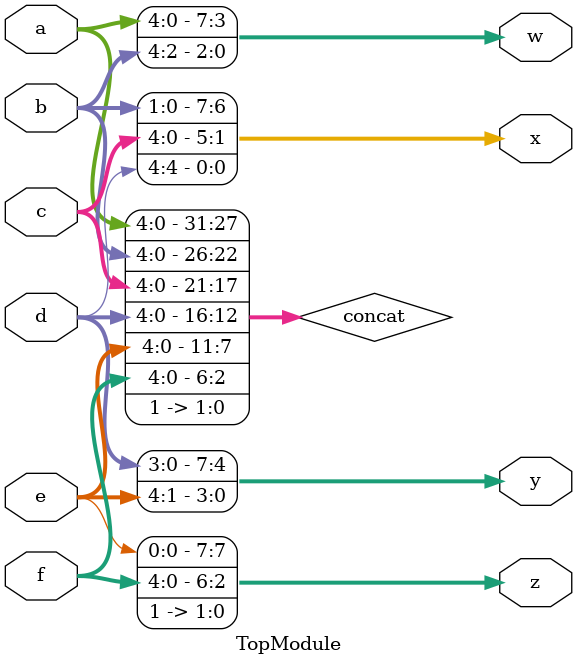
<source format=sv>

module TopModule (
  input [4:0] a,
  input [4:0] b,
  input [4:0] c,
  input [4:0] d,
  input [4:0] e,
  input [4:0] f,
  output [7:0] w,
  output [7:0] x,
  output [7:0] y,
  output [7:0] z
);
  // Concatenate inputs and pad with two 1's in LSBs
  wire [31:0] concat = {a, b, c, d, e, f, 2'b11};
  
  assign w = concat[31:24];
  assign x = concat[23:16];
  assign y = concat[15:8];
  assign z = concat[7:0];

endmodule

</source>
